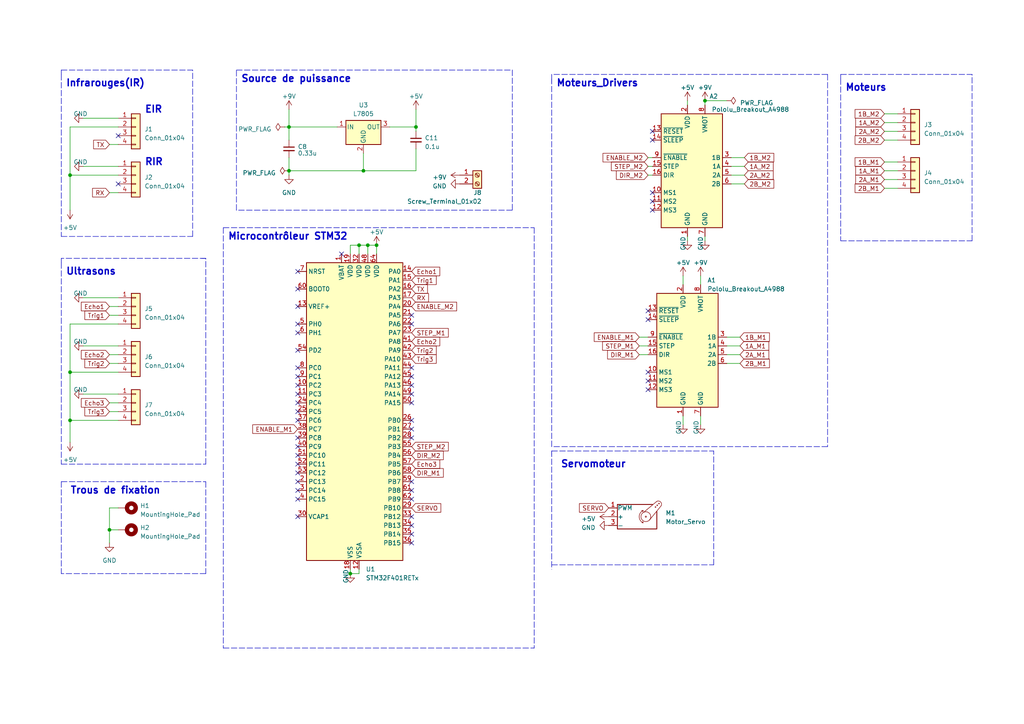
<source format=kicad_sch>
(kicad_sch (version 20230121) (generator eeschema)
  (paper "A4")
  (title_block (title "Hide&SeekBot_PCB") (company "Équipe B - Simond"))
  (lib_symbols
    (symbol "Connector:Screw_Terminal_01x02" (pin_names (offset 1.016) hide)
      (property "Reference" "J" (at 0 2.54 0))
      (property "Value" "Screw_Terminal_01x02" (at 0 -5.08 0))
      (symbol "Screw_Terminal_01x02_1_1"
        (rectangle (start -1.27 1.27) (end 1.27 -3.81) (stroke (width 0.254)) (fill (type background)))
        (circle (center 0 -2.54) (radius 0.635) (stroke (width 0.1524)))
        (polyline (pts (xy -0.5334 -2.2098) (xy 0.3302 -3.048)) (stroke (width 0.1524)))
        (polyline (pts (xy -0.5334 0.3302) (xy 0.3302 -0.508)) (stroke (width 0.1524)))
        (polyline (pts (xy -0.3556 -2.032) (xy 0.508 -2.8702)) (stroke (width 0.1524)))
        (polyline (pts (xy -0.3556 0.508) (xy 0.508 -0.3302)) (stroke (width 0.1524)))
        (circle (center 0 0) (radius 0.635) (stroke (width 0.1524)))
        (pin passive line (at -5.08 0 0) (length 3.81) (name "Pin_1") (number "1"))
        (pin passive line (at -5.08 -2.54 0) (length 3.81) (name "Pin_2") (number "2"))
      )
    )
    (symbol "Connector_Generic:Conn_01x04" (pin_names (offset 1.016) hide)
      (property "Reference" "J" (at 0 5.08 0))
      (property "Value" "Conn_01x04" (at 0 -7.62 0))
      (symbol "Conn_01x04_1_1"
        (rectangle (start -1.27 -4.953) (end 0 -5.207) (stroke (width 0.1524)))
        (rectangle (start -1.27 -2.413) (end 0 -2.667) (stroke (width 0.1524)))
        (rectangle (start -1.27 0.127) (end 0 -0.127) (stroke (width 0.1524)))
        (rectangle (start -1.27 2.667) (end 0 2.413) (stroke (width 0.1524)))
        (rectangle (start -1.27 3.81) (end 1.27 -6.35) (stroke (width 0.254)) (fill (type background)))
        (pin passive line (at -5.08 2.54 0) (length 3.81) (name "Pin_1") (number "1"))
        (pin passive line (at -5.08 0 0) (length 3.81) (name "Pin_2") (number "2"))
        (pin passive line (at -5.08 -2.54 0) (length 3.81) (name "Pin_3") (number "3"))
        (pin passive line (at -5.08 -5.08 0) (length 3.81) (name "Pin_4") (number "4"))
      )
    )
    (symbol "Device:C_Small" (pin_numbers hide) (pin_names (offset 0.254) hide)
      (property "Reference" "C" (at 0.254 1.778 0))
      (property "Value" "C_Small" (at 0.254 -2.032 0))
      (symbol "C_Small_0_1"
        (polyline (pts (xy -1.524 -0.508) (xy 1.524 -0.508)) (stroke (width 0.3302)))
        (polyline (pts (xy -1.524 0.508) (xy 1.524 0.508)) (stroke (width 0.3048)))
      )
      (symbol "C_Small_1_1"
        (pin passive line (at 0 2.54 270) (length 2.032) (name "~") (number "1"))
        (pin passive line (at 0 -2.54 90) (length 2.032) (name "~") (number "2"))
      )
    )
    (symbol "Driver_Motor:Pololu_Breakout_A4988"
      (property "Reference" "A" (at -2.54 19.05 0))
      (property "Value" "Pololu_Breakout_A4988" (at -2.54 16.51 0))
      (symbol "Pololu_Breakout_A4988_0_1"
        (rectangle (start 10.16 -17.78) (end -7.62 15.24) (stroke (width 0.254)) (fill (type background)))
      )
      (symbol "Pololu_Breakout_A4988_1_1"
        (pin power_in line (at 0 -20.32 90) (length 2.54) (name "GND") (number "1"))
        (pin input line (at -10.16 -7.62 0) (length 2.54) (name "MS1") (number "10"))
        (pin input line (at -10.16 -10.16 0) (length 2.54) (name "MS2") (number "11"))
        (pin input line (at -10.16 -12.7 0) (length 2.54) (name "MS3") (number "12"))
        (pin input line (at -10.16 10.16 0) (length 2.54) (name "~{RESET}") (number "13"))
        (pin input line (at -10.16 7.62 0) (length 2.54) (name "~{SLEEP}") (number "14"))
        (pin input line (at -10.16 0 0) (length 2.54) (name "STEP") (number "15"))
        (pin input line (at -10.16 -2.54 0) (length 2.54) (name "DIR") (number "16"))
        (pin power_in line (at 0 17.78 270) (length 2.54) (name "VDD") (number "2"))
        (pin output line (at 12.7 2.54 180) (length 2.54) (name "1B") (number "3"))
        (pin output line (at 12.7 0 180) (length 2.54) (name "1A") (number "4"))
        (pin output line (at 12.7 -2.54 180) (length 2.54) (name "2A") (number "5"))
        (pin output line (at 12.7 -5.08 180) (length 2.54) (name "2B") (number "6"))
        (pin power_in line (at 5.08 -20.32 90) (length 2.54) (name "GND") (number "7"))
        (pin power_in line (at 5.08 17.78 270) (length 2.54) (name "VMOT") (number "8"))
        (pin input line (at -10.16 2.54 0) (length 2.54) (name "~{ENABLE}") (number "9"))
      )
    )
    (symbol "MCU_ST_STM32F4:STM32F401RETx"
      (property "Reference" "U" (at -12.7 44.45 0))
      (property "Value" "STM32F401RETx" (at 10.16 44.45 0))
      (symbol "STM32F401RETx_0_1"
        (rectangle (start -12.7 -43.18) (end 15.24 43.18) (stroke (width 0.254)) (fill (type background)))
      )
      (symbol "STM32F401RETx_1_1"
        (pin power_in line (at -2.54 45.72 270) (length 2.54) (name "VBAT") (number "1"))
        (pin bidirectional line (at -15.24 7.62 0) (length 2.54) (name "PC2") (number "10"))
        (pin bidirectional line (at -15.24 5.08 0) (length 2.54) (name "PC3") (number "11"))
        (pin power_in line (at 2.54 -45.72 90) (length 2.54) (name "VSSA") (number "12"))
        (pin input line (at -15.24 30.48 0) (length 2.54) (name "VREF+") (number "13"))
        (pin bidirectional line (at 17.78 40.64 180) (length 2.54) (name "PA0") (number "14"))
        (pin bidirectional line (at 17.78 38.1 180) (length 2.54) (name "PA1") (number "15"))
        (pin bidirectional line (at 17.78 35.56 180) (length 2.54) (name "PA2") (number "16"))
        (pin bidirectional line (at 17.78 33.02 180) (length 2.54) (name "PA3") (number "17"))
        (pin power_in line (at 0 -45.72 90) (length 2.54) (name "VSS") (number "18"))
        (pin power_in line (at 0 45.72 270) (length 2.54) (name "VDD") (number "19"))
        (pin bidirectional line (at -15.24 -20.32 0) (length 2.54) (name "PC13") (number "2"))
        (pin bidirectional line (at 17.78 30.48 180) (length 2.54) (name "PA4") (number "20"))
        (pin bidirectional line (at 17.78 27.94 180) (length 2.54) (name "PA5") (number "21"))
        (pin bidirectional line (at 17.78 25.4 180) (length 2.54) (name "PA6") (number "22"))
        (pin bidirectional line (at 17.78 22.86 180) (length 2.54) (name "PA7") (number "23"))
        (pin bidirectional line (at -15.24 2.54 0) (length 2.54) (name "PC4") (number "24"))
        (pin bidirectional line (at -15.24 0 0) (length 2.54) (name "PC5") (number "25"))
        (pin bidirectional line (at 17.78 -2.54 180) (length 2.54) (name "PB0") (number "26"))
        (pin bidirectional line (at 17.78 -5.08 180) (length 2.54) (name "PB1") (number "27"))
        (pin bidirectional line (at 17.78 -7.62 180) (length 2.54) (name "PB2") (number "28"))
        (pin bidirectional line (at 17.78 -27.94 180) (length 2.54) (name "PB10") (number "29"))
        (pin bidirectional line (at -15.24 -22.86 0) (length 2.54) (name "PC14") (number "3"))
        (pin power_out line (at -15.24 -30.48 0) (length 2.54) (name "VCAP1") (number "30"))
        (pin passive line (at 0 -45.72 90) (length 2.54) hide (name "VSS") (number "31"))
        (pin power_in line (at 2.54 45.72 270) (length 2.54) (name "VDD") (number "32"))
        (pin bidirectional line (at 17.78 -30.48 180) (length 2.54) (name "PB12") (number "33"))
        (pin bidirectional line (at 17.78 -33.02 180) (length 2.54) (name "PB13") (number "34"))
        (pin bidirectional line (at 17.78 -35.56 180) (length 2.54) (name "PB14") (number "35"))
        (pin bidirectional line (at 17.78 -38.1 180) (length 2.54) (name "PB15") (number "36"))
        (pin bidirectional line (at -15.24 -2.54 0) (length 2.54) (name "PC6") (number "37"))
        (pin bidirectional line (at -15.24 -5.08 0) (length 2.54) (name "PC7") (number "38"))
        (pin bidirectional line (at -15.24 -7.62 0) (length 2.54) (name "PC8") (number "39"))
        (pin bidirectional line (at -15.24 -25.4 0) (length 2.54) (name "PC15") (number "4"))
        (pin bidirectional line (at -15.24 -10.16 0) (length 2.54) (name "PC9") (number "40"))
        (pin bidirectional line (at 17.78 20.32 180) (length 2.54) (name "PA8") (number "41"))
        (pin bidirectional line (at 17.78 17.78 180) (length 2.54) (name "PA9") (number "42"))
        (pin bidirectional line (at 17.78 15.24 180) (length 2.54) (name "PA10") (number "43"))
        (pin bidirectional line (at 17.78 12.7 180) (length 2.54) (name "PA11") (number "44"))
        (pin bidirectional line (at 17.78 10.16 180) (length 2.54) (name "PA12") (number "45"))
        (pin bidirectional line (at 17.78 7.62 180) (length 2.54) (name "PA13") (number "46"))
        (pin passive line (at 0 -45.72 90) (length 2.54) hide (name "VSS") (number "47"))
        (pin power_in line (at 5.08 45.72 270) (length 2.54) (name "VDD") (number "48"))
        (pin bidirectional line (at 17.78 5.08 180) (length 2.54) (name "PA14") (number "49"))
        (pin bidirectional line (at -15.24 25.4 0) (length 2.54) (name "PH0") (number "5"))
        (pin bidirectional line (at 17.78 2.54 180) (length 2.54) (name "PA15") (number "50"))
        (pin bidirectional line (at -15.24 -12.7 0) (length 2.54) (name "PC10") (number "51"))
        (pin bidirectional line (at -15.24 -15.24 0) (length 2.54) (name "PC11") (number "52"))
        (pin bidirectional line (at -15.24 -17.78 0) (length 2.54) (name "PC12") (number "53"))
        (pin bidirectional line (at -15.24 17.78 0) (length 2.54) (name "PD2") (number "54"))
        (pin bidirectional line (at 17.78 -10.16 180) (length 2.54) (name "PB3") (number "55"))
        (pin bidirectional line (at 17.78 -12.7 180) (length 2.54) (name "PB4") (number "56"))
        (pin bidirectional line (at 17.78 -15.24 180) (length 2.54) (name "PB5") (number "57"))
        (pin bidirectional line (at 17.78 -17.78 180) (length 2.54) (name "PB6") (number "58"))
        (pin bidirectional line (at 17.78 -20.32 180) (length 2.54) (name "PB7") (number "59"))
        (pin bidirectional line (at -15.24 22.86 0) (length 2.54) (name "PH1") (number "6"))
        (pin input line (at -15.24 35.56 0) (length 2.54) (name "BOOT0") (number "60"))
        (pin bidirectional line (at 17.78 -22.86 180) (length 2.54) (name "PB8") (number "61"))
        (pin bidirectional line (at 17.78 -25.4 180) (length 2.54) (name "PB9") (number "62"))
        (pin passive line (at 0 -45.72 90) (length 2.54) hide (name "VSS") (number "63"))
        (pin power_in line (at 7.62 45.72 270) (length 2.54) (name "VDD") (number "64"))
        (pin input line (at -15.24 40.64 0) (length 2.54) (name "NRST") (number "7"))
        (pin bidirectional line (at -15.24 12.7 0) (length 2.54) (name "PC0") (number "8"))
        (pin bidirectional line (at -15.24 10.16 0) (length 2.54) (name "PC1") (number "9"))
      )
    )
    (symbol "Mechanical:MountingHole_Pad" (pin_numbers hide) (pin_names (offset 1.016) hide)
      (property "Reference" "H" (at 0 6.35 0))
      (property "Value" "MountingHole_Pad" (at 0 4.445 0))
      (symbol "MountingHole_Pad_0_1"
        (circle (center 0 1.27) (radius 1.27) (stroke (width 1.27)))
      )
      (symbol "MountingHole_Pad_1_1"
        (pin input line (at 0 -2.54 90) (length 2.54) (name "1") (number "1"))
      )
    )
    (symbol "Motor:Motor_Servo" (pin_names (offset 0.0254))
      (property "Reference" "M" (at -5.08 4.445 0))
      (property "Value" "Motor_Servo" (at -5.08 -4.064 0))
      (symbol "Motor_Servo_0_1"
        (polyline (pts (xy 2.413 -1.778) (xy 2.032 -1.778)))
        (polyline (pts (xy 2.413 -1.778) (xy 2.286 -1.397)))
        (polyline (pts (xy 2.413 1.778) (xy 1.905 1.778)))
        (polyline (pts (xy 2.413 1.778) (xy 2.286 1.397)))
        (polyline (pts (xy 6.35 4.445) (xy 2.54 1.27)))
        (polyline (pts (xy 7.62 3.175) (xy 4.191 -1.016)))
        (polyline (pts (xy 5.08 3.556) (xy -5.08 3.556) (xy -5.08 -3.556) (xy 6.35 -3.556) (xy 6.35 1.524)) (stroke (width 0.254)))
        (arc (start 2.413 1.778) (mid 1.2406 0) (end 2.413 -1.778))
        (circle (center 3.175 0) (radius 0.1778))
        (circle (center 3.175 0) (radius 1.4224))
        (circle (center 5.969 2.794) (radius 0.127))
        (circle (center 6.477 3.302) (radius 0.127))
        (circle (center 6.985 3.81) (radius 0.127))
        (arc (start 7.62 3.175) (mid 7.4485 4.2735) (end 6.35 4.445))
      )
      (symbol "Motor_Servo_1_1"
        (pin passive line (at -7.62 2.54 0) (length 2.54) (name "PWM") (number "1"))
        (pin passive line (at -7.62 0 0) (length 2.54) (name "+") (number "2"))
        (pin passive line (at -7.62 -2.54 0) (length 2.54) (name "-") (number "3"))
      )
    )
    (symbol "Regulator_Linear:L7805" (pin_names (offset 0.254))
      (property "Reference" "U" (at -3.81 3.175 0))
      (property "Value" "L7805" (at 0 3.175 0))
      (symbol "L7805_0_1"
        (rectangle (start -5.08 1.905) (end 5.08 -5.08) (stroke (width 0.254)) (fill (type background)))
      )
      (symbol "L7805_1_1"
        (pin power_in line (at -7.62 0 0) (length 2.54) (name "IN") (number "1"))
        (pin power_in line (at 0 -7.62 90) (length 2.54) (name "GND") (number "2"))
        (pin power_out line (at 7.62 0 180) (length 2.54) (name "OUT") (number "3"))
      )
    )
    (symbol "power:+5V" (power) (pin_names (offset 0))
      (property "Value" "+5V" (at 0 3.556 0))
      (symbol "+5V_0_1"
        (polyline (pts (xy -0.762 1.27) (xy 0 2.54)))
        (polyline (pts (xy 0 0) (xy 0 2.54)))
        (polyline (pts (xy 0 2.54) (xy 0.762 1.27)))
      )
      (symbol "+5V_1_1"
        (pin power_in line (at 0 0 90) (length 0) hide (name "+5V") (number "1"))
      )
    )
    (symbol "power:+9V" (power) (pin_names (offset 0))
      (property "Value" "+9V" (at 0 3.556 0))
      (symbol "+9V_0_1"
        (polyline (pts (xy -0.762 1.27) (xy 0 2.54)))
        (polyline (pts (xy 0 0) (xy 0 2.54)))
        (polyline (pts (xy 0 2.54) (xy 0.762 1.27)))
      )
      (symbol "+9V_1_1"
        (pin power_in line (at 0 0 90) (length 0) hide (name "+9V") (number "1"))
      )
    )
    (symbol "power:GND" (power) (pin_names (offset 0))
      (property "Value" "GND" (at 0 -3.81 0))
      (symbol "GND_0_1"
        (polyline (pts (xy 0 0) (xy 0 -1.27) (xy 1.27 -1.27) (xy 0 -2.54) (xy -1.27 -1.27) (xy 0 -1.27)))
      )
      (symbol "GND_1_1"
        (pin power_in line (at 0 0 270) (length 0) hide (name "GND") (number "1"))
      )
    )
    (symbol "power:PWR_FLAG" (power) (pin_numbers hide) (pin_names (offset 0) hide)
      (property "Value" "PWR_FLAG" (at 0 3.81 0))
      (symbol "PWR_FLAG_0_0"
        (pin power_out line (at 0 0 90) (length 0) (name "pwr") (number "1"))
      )
      (symbol "PWR_FLAG_0_1"
        (polyline (pts (xy 0 0) (xy 0 1.27) (xy -1.016 1.905) (xy 0 2.54) (xy 1.016 1.905) (xy 0 1.27)))
      )
    )
  )
  (junction (at 31.75 153.67))
  (junction (at 83.82 49.53))
  (junction (at 106.68 71.12))
  (junction (at 104.14 71.12))
  (junction (at 20.32 121.92))
  (junction (at 109.22 71.12))
  (junction (at 120.65 36.83))
  (junction (at 105.41 49.53))
  (junction (at 20.32 107.95))
  (junction (at 204.47 29.21))
  (junction (at 101.6 166.37))
  (junction (at 83.82 36.83))
  (junction (at 20.32 50.8))
  (no_connect (at 86.36 83.82))
  (no_connect (at 34.29 39.37))
  (no_connect (at 119.38 139.7))
  (no_connect (at 86.36 139.7))
  (no_connect (at 86.36 116.84))
  (no_connect (at 187.96 110.49))
  (no_connect (at 99.06 73.66))
  (no_connect (at 86.36 114.3))
  (no_connect (at 187.96 92.71))
  (no_connect (at 86.36 96.52))
  (no_connect (at 187.96 107.95))
  (no_connect (at 189.23 58.42))
  (no_connect (at 119.38 154.94))
  (no_connect (at 86.36 127))
  (no_connect (at 86.36 78.74))
  (no_connect (at 119.38 152.4))
  (no_connect (at 86.36 149.86))
  (no_connect (at 189.23 60.96))
  (no_connect (at 86.36 93.98))
  (no_connect (at 86.36 134.62))
  (no_connect (at 86.36 121.92))
  (no_connect (at 86.36 129.54))
  (no_connect (at 119.38 106.68))
  (no_connect (at 86.36 106.68))
  (no_connect (at 86.36 88.9))
  (no_connect (at 86.36 142.24))
  (no_connect (at 119.38 111.76))
  (no_connect (at 187.96 90.17))
  (no_connect (at 119.38 116.84))
  (no_connect (at 119.38 127))
  (no_connect (at 34.29 53.34))
  (no_connect (at 86.36 144.78))
  (no_connect (at 86.36 119.38))
  (no_connect (at 119.38 109.22))
  (no_connect (at 187.96 113.03))
  (no_connect (at 86.36 101.6))
  (no_connect (at 189.23 40.64))
  (no_connect (at 119.38 142.24))
  (no_connect (at 119.38 114.3))
  (no_connect (at 119.38 157.48))
  (no_connect (at 86.36 111.76))
  (no_connect (at 189.23 38.1))
  (no_connect (at 86.36 132.08))
  (no_connect (at 119.38 124.46))
  (no_connect (at 86.36 109.22))
  (no_connect (at 86.36 137.16))
  (no_connect (at 119.38 91.44))
  (no_connect (at 119.38 144.78))
  (no_connect (at 119.38 149.86))
  (no_connect (at 189.23 55.88))
  (no_connect (at 119.38 93.98))
  (no_connect (at 119.38 121.92))
  (wire (pts (xy 20.32 93.98) (xy 34.29 93.98)))
  (polyline (pts (xy 160.02 21.59) (xy 160.02 24.13)))
  (wire (pts (xy 104.14 166.37) (xy 101.6 166.37)))
  (wire (pts (xy 199.39 29.21) (xy 199.39 30.48)))
  (wire (pts (xy 185.42 100.33) (xy 187.96 100.33)))
  (wire (pts (xy 82.55 36.83) (xy 83.82 36.83)))
  (wire (pts (xy 20.32 121.92) (xy 20.32 128.27)))
  (polyline (pts (xy 59.69 74.93) (xy 58.42 74.93)) (stroke (width 0) (type dash)))
  (wire (pts (xy 104.14 71.12) (xy 106.68 71.12)))
  (polyline (pts (xy 59.69 74.93) (xy 17.78 74.93)) (stroke (width 0) (type dash)))
  (wire (pts (xy 185.42 97.79) (xy 187.96 97.79)))
  (wire (pts (xy 212.09 50.8) (xy 215.9 50.8)))
  (polyline (pts (xy 243.84 21.59) (xy 243.84 22.86)) (stroke (width 0) (type dash)))
  (polyline (pts (xy 59.69 166.37) (xy 17.78 166.37)) (stroke (width 0) (type dash)))
  (wire (pts (xy 105.41 44.45) (xy 105.41 49.53)))
  (wire (pts (xy 256.54 33.02) (xy 260.35 33.02)))
  (wire (pts (xy 256.54 38.1) (xy 260.35 38.1)))
  (wire (pts (xy 31.75 91.44) (xy 34.29 91.44)))
  (wire (pts (xy 104.14 73.66) (xy 104.14 71.12)))
  (wire (pts (xy 34.29 50.8) (xy 20.32 50.8)))
  (polyline (pts (xy 17.78 139.7) (xy 59.69 139.7)) (stroke (width 0) (type dash)))
  (wire (pts (xy 24.13 34.29) (xy 34.29 34.29)))
  (wire (pts (xy 120.65 43.18) (xy 120.65 49.53)))
  (wire (pts (xy 203.2 80.01) (xy 203.2 82.55)))
  (wire (pts (xy 101.6 71.12) (xy 104.14 71.12)))
  (polyline (pts (xy 240.03 21.59) (xy 240.03 129.54)) (stroke (width 0) (type dash)))
  (polyline (pts (xy 148.59 20.32) (xy 148.59 60.96)) (stroke (width 0) (type dash)))
  (wire (pts (xy 24.13 86.36) (xy 34.29 86.36)))
  (wire (pts (xy 20.32 107.95) (xy 34.29 107.95)))
  (wire (pts (xy 256.54 35.56) (xy 260.35 35.56)))
  (wire (pts (xy 212.09 45.72) (xy 215.9 45.72)))
  (wire (pts (xy 199.39 68.58) (xy 199.39 69.85)))
  (wire (pts (xy 83.82 36.83) (xy 83.82 40.64)))
  (wire (pts (xy 24.13 114.3) (xy 34.29 114.3)))
  (wire (pts (xy 256.54 54.61) (xy 260.35 54.61)))
  (wire (pts (xy 256.54 40.64) (xy 260.35 40.64)))
  (polyline (pts (xy 207.01 163.83) (xy 207.01 130.81)) (stroke (width 0) (type dash)))
  (wire (pts (xy 31.75 105.41) (xy 34.29 105.41)))
  (wire (pts (xy 20.32 93.98) (xy 20.32 107.95)))
  (wire (pts (xy 20.32 107.95) (xy 20.32 121.92)))
  (wire (pts (xy 31.75 119.38) (xy 34.29 119.38)))
  (polyline (pts (xy 240.03 129.54) (xy 160.02 129.54)) (stroke (width 0) (type dash)))
  (polyline (pts (xy 59.69 134.62) (xy 59.69 74.93)) (stroke (width 0) (type dash)))
  (wire (pts (xy 109.22 71.12) (xy 109.22 73.66)))
  (wire (pts (xy 120.65 31.75) (xy 120.65 36.83)))
  (polyline (pts (xy 148.59 60.96) (xy 68.58 60.96)) (stroke (width 0) (type dash)))
  (polyline (pts (xy 17.78 20.32) (xy 17.78 21.59)) (stroke (width 0) (type dash)))
  (wire (pts (xy 83.82 45.72) (xy 83.82 49.53)))
  (polyline (pts (xy 68.58 60.96) (xy 68.58 20.32)) (stroke (width 0) (type dash)))
  (wire (pts (xy 31.75 116.84) (xy 34.29 116.84)))
  (polyline (pts (xy 64.77 66.04) (xy 154.94 66.04)) (stroke (width 0) (type dash)))
  (wire (pts (xy 106.68 73.66) (xy 106.68 71.12)))
  (wire (pts (xy 210.82 105.41) (xy 214.63 105.41)))
  (wire (pts (xy 198.12 80.01) (xy 198.12 82.55)))
  (wire (pts (xy 120.65 49.53) (xy 105.41 49.53)))
  (polyline (pts (xy 64.77 66.04) (xy 64.77 187.96)) (stroke (width 0) (type dash)))
  (polyline (pts (xy 68.58 20.32) (xy 148.59 20.32)) (stroke (width 0) (type dash)))
  (wire (pts (xy 203.2 120.65) (xy 203.2 123.19)))
  (wire (pts (xy 120.65 36.83) (xy 120.65 38.1)))
  (polyline (pts (xy 17.78 76.2) (xy 17.78 134.62)) (stroke (width 0) (type dash)))
  (wire (pts (xy 31.75 55.88) (xy 34.29 55.88)))
  (polyline (pts (xy 160.02 130.81) (xy 160.02 165.1)) (stroke (width 0) (type dash)))
  (polyline (pts (xy 17.78 139.7) (xy 17.78 166.37)) (stroke (width 0) (type dash)))
  (wire (pts (xy 20.32 50.8) (xy 20.32 60.96)))
  (wire (pts (xy 113.03 36.83) (xy 120.65 36.83)))
  (polyline (pts (xy 243.84 22.86) (xy 243.84 69.85)) (stroke (width 0) (type dash)))
  (wire (pts (xy 187.96 48.26) (xy 189.23 48.26)))
  (wire (pts (xy 106.68 71.12) (xy 109.22 71.12)))
  (wire (pts (xy 210.82 102.87) (xy 214.63 102.87)))
  (wire (pts (xy 101.6 165.1) (xy 101.6 166.37)))
  (wire (pts (xy 256.54 46.99) (xy 260.35 46.99)))
  (wire (pts (xy 256.54 49.53) (xy 260.35 49.53)))
  (wire (pts (xy 31.75 88.9) (xy 34.29 88.9)))
  (wire (pts (xy 34.29 147.32) (xy 31.75 147.32)))
  (wire (pts (xy 24.13 100.33) (xy 34.29 100.33)))
  (polyline (pts (xy 243.84 69.85) (xy 281.94 69.85)) (stroke (width 0) (type dash)))
  (wire (pts (xy 210.82 29.21) (xy 204.47 29.21)))
  (wire (pts (xy 83.82 49.53) (xy 105.41 49.53)))
  (wire (pts (xy 204.47 68.58) (xy 204.47 69.85)))
  (polyline (pts (xy 154.94 66.04) (xy 154.94 187.96)) (stroke (width 0) (type dash)))
  (polyline (pts (xy 243.84 21.59) (xy 281.94 21.59)) (stroke (width 0) (type dash)))
  (wire (pts (xy 83.82 36.83) (xy 97.79 36.83)))
  (wire (pts (xy 31.75 41.91) (xy 34.29 41.91)))
  (wire (pts (xy 256.54 52.07) (xy 260.35 52.07)))
  (wire (pts (xy 187.96 45.72) (xy 189.23 45.72)))
  (polyline (pts (xy 59.69 139.7) (xy 59.69 166.37)) (stroke (width 0) (type dash)))
  (wire (pts (xy 24.13 48.26) (xy 34.29 48.26)))
  (wire (pts (xy 212.09 48.26) (xy 215.9 48.26)))
  (polyline (pts (xy 160.02 130.81) (xy 207.01 130.81)) (stroke (width 0) (type dash)))
  (wire (pts (xy 212.09 53.34) (xy 215.9 53.34)))
  (wire (pts (xy 31.75 153.67) (xy 34.29 153.67)))
  (wire (pts (xy 20.32 36.83) (xy 20.32 50.8)))
  (wire (pts (xy 210.82 97.79) (xy 214.63 97.79)))
  (wire (pts (xy 204.47 29.21) (xy 204.47 30.48)))
  (wire (pts (xy 83.82 31.75) (xy 83.82 36.83)))
  (wire (pts (xy 185.42 102.87) (xy 187.96 102.87)))
  (wire (pts (xy 31.75 147.32) (xy 31.75 153.67)))
  (polyline (pts (xy 160.02 130.81) (xy 160.02 132.08)) (stroke (width 0) (type dash)))
  (polyline (pts (xy 17.78 21.59) (xy 17.78 68.58)) (stroke (width 0) (type dash)))
  (wire (pts (xy 101.6 73.66) (xy 101.6 71.12)))
  (wire (pts (xy 34.29 36.83) (xy 20.32 36.83)))
  (polyline (pts (xy 17.78 68.58) (xy 55.88 68.58)) (stroke (width 0) (type dash)))
  (wire (pts (xy 31.75 102.87) (xy 34.29 102.87)))
  (wire (pts (xy 104.14 165.1) (xy 104.14 166.37)))
  (wire (pts (xy 210.82 100.33) (xy 214.63 100.33)))
  (wire (pts (xy 83.82 49.53) (xy 83.82 50.8)))
  (polyline (pts (xy 240.03 21.59) (xy 160.02 21.59)) (stroke (width 0) (type dash)))
  (polyline (pts (xy 160.02 163.83) (xy 207.01 163.83)) (stroke (width 0) (type dash)))
  (polyline (pts (xy 17.78 134.62) (xy 59.69 134.62)) (stroke (width 0) (type dash)))
  (polyline (pts (xy 55.88 68.58) (xy 55.88 20.32)) (stroke (width 0) (type dash)))
  (polyline (pts (xy 64.77 187.96) (xy 154.94 187.96)) (stroke (width 0) (type dash)))
  (wire (pts (xy 187.96 50.8) (xy 189.23 50.8)))
  (wire (pts (xy 31.75 153.67) (xy 31.75 157.48)))
  (polyline (pts (xy 281.94 69.85) (xy 281.94 21.59)) (stroke (width 0) (type dash)))
  (polyline (pts (xy 160.02 129.54) (xy 160.02 22.86)) (stroke (width 0) (type dash)))
  (polyline (pts (xy 17.78 20.32) (xy 55.88 20.32)) (stroke (width 0) (type dash)))
  (wire (pts (xy 198.12 120.65) (xy 198.12 123.19)))
  (wire (pts (xy 20.32 121.92) (xy 34.29 121.92)))
  (polyline (pts (xy 17.78 74.93) (xy 17.78 76.2)) (stroke (width 0) (type dash)))
  (text "Ultrasons" (at 19.05 80.01 0) (effects (font (size 2 2) bold) (justify left bottom)))
  (text "Trous de fixation" (at 20.32 143.51 0) (effects (font (size 2 2) (thickness 0.4) bold) (justify left bottom)))
  (text "Infrarouges(IR)" (at 19.05 25.4 0) (effects (font (size 2 2) bold) (justify left bottom)))
  (text "Moteurs_Drivers" (at 161.29 25.4 0) (effects (font (size 2 2) bold) (justify left bottom)))
  (text "EIR" (at 41.91 33.02 0) (effects (font (size 2 2) bold) (justify left bottom)))
  (text "RIR" (at 41.91 48.26 0) (effects (font (size 2 2) bold) (justify left bottom)))
  (text "Microcontrôleur STM32" (at 66.04 69.85 0) (effects (font (size 2 2) bold) (justify left bottom)))
  (text "Source de puissance" (at 69.85 24.13 0) (effects (font (size 2 2) bold) (justify left bottom)))
  (text "Servomoteur" (at 162.56 135.89 0) (effects (font (size 2 2) bold) (justify left bottom)))
  (text "Moteurs" (at 245.11 26.67 0) (effects (font (size 2 2) bold) (justify left bottom)))
  (global_label "DIR_M1" (shape input) (at 185.42 102.87 180) (property "Intersheetrefs" "${INTERSHEET_REFS}" (effects hide)))
  (global_label "TX" (shape input) (at 119.38 83.82 0) (property "Intersheetrefs" "${INTERSHEET_REFS}" (effects hide)))
  (global_label "1A_M2" (shape input) (at 256.54 35.56 180) (property "Intersheetrefs" "${INTERSHEET_REFS}" (effects hide)))
  (global_label "1B_M1" (shape input) (at 214.63 97.79 0) (property "Intersheetrefs" "${INTERSHEET_REFS}" (effects hide)))
  (global_label "1A_M2" (shape input) (at 215.9 48.26 0) (property "Intersheetrefs" "${INTERSHEET_REFS}" (effects hide)))
  (global_label "Trig2" (shape input) (at 31.75 105.41 180) (property "Intersheetrefs" "${INTERSHEET_REFS}" (effects hide)))
  (global_label "Trig2" (shape input) (at 119.38 101.6 0) (property "Intersheetrefs" "${INTERSHEET_REFS}" (effects hide)))
  (global_label "Trig3" (shape input) (at 119.38 104.14 0) (property "Intersheetrefs" "${INTERSHEET_REFS}" (effects hide)))
  (global_label "DIR_M1" (shape input) (at 119.38 137.16 0) (property "Intersheetrefs" "${INTERSHEET_REFS}" (effects hide)))
  (global_label "SERVO" (shape input) (at 176.53 147.32 180) (property "Intersheetrefs" "${INTERSHEET_REFS}" (effects hide)))
  (global_label "Echo3" (shape input) (at 31.75 116.84 180) (property "Intersheetrefs" "${INTERSHEET_REFS}" (effects hide)))
  (global_label "2B_M1" (shape input) (at 214.63 105.41 0) (property "Intersheetrefs" "${INTERSHEET_REFS}" (effects hide)))
  (global_label "Trig3" (shape input) (at 31.75 119.38 180) (property "Intersheetrefs" "${INTERSHEET_REFS}" (effects hide)))
  (global_label "RX" (shape input) (at 31.75 55.88 180) (property "Intersheetrefs" "${INTERSHEET_REFS}" (effects hide)))
  (global_label "Echo2" (shape input) (at 119.38 99.06 0) (property "Intersheetrefs" "${INTERSHEET_REFS}" (effects hide)))
  (global_label "STEP_M1" (shape input) (at 119.38 96.52 0) (property "Intersheetrefs" "${INTERSHEET_REFS}" (effects hide)))
  (global_label "2A_M2" (shape input) (at 256.54 38.1 180) (property "Intersheetrefs" "${INTERSHEET_REFS}" (effects hide)))
  (global_label "2A_M1" (shape input) (at 214.63 102.87 0) (property "Intersheetrefs" "${INTERSHEET_REFS}" (effects hide)))
  (global_label "2B_M2" (shape input) (at 215.9 53.34 0) (property "Intersheetrefs" "${INTERSHEET_REFS}" (effects hide)))
  (global_label "1B_M1" (shape input) (at 256.54 46.99 180) (property "Intersheetrefs" "${INTERSHEET_REFS}" (effects hide)))
  (global_label "RX" (shape input) (at 119.38 86.36 0) (property "Intersheetrefs" "${INTERSHEET_REFS}" (effects hide)))
  (global_label "Trig1" (shape input) (at 31.75 91.44 180) (property "Intersheetrefs" "${INTERSHEET_REFS}" (effects hide)))
  (global_label "DIR_M2" (shape input) (at 119.38 132.08 0) (property "Intersheetrefs" "${INTERSHEET_REFS}" (effects hide)))
  (global_label "TX" (shape input) (at 31.75 41.91 180) (property "Intersheetrefs" "${INTERSHEET_REFS}" (effects hide)))
  (global_label "1A_M1" (shape input) (at 256.54 49.53 180) (property "Intersheetrefs" "${INTERSHEET_REFS}" (effects hide)))
  (global_label "1B_M2" (shape input) (at 215.9 45.72 0) (property "Intersheetrefs" "${INTERSHEET_REFS}" (effects hide)))
  (global_label "2B_M1" (shape input) (at 256.54 54.61 180) (property "Intersheetrefs" "${INTERSHEET_REFS}" (effects hide)))
  (global_label "2A_M1" (shape input) (at 256.54 52.07 180) (property "Intersheetrefs" "${INTERSHEET_REFS}" (effects hide)))
  (global_label "DIR_M2" (shape input) (at 187.96 50.8 180) (property "Intersheetrefs" "${INTERSHEET_REFS}" (effects hide)))
  (global_label "1A_M1" (shape input) (at 214.63 100.33 0) (property "Intersheetrefs" "${INTERSHEET_REFS}" (effects hide)))
  (global_label "ENABLE_M1" (shape input) (at 185.42 97.79 180) (property "Intersheetrefs" "${INTERSHEET_REFS}" (effects hide)))
  (global_label "Echo1" (shape input) (at 119.38 78.74 0) (property "Intersheetrefs" "${INTERSHEET_REFS}" (effects hide)))
  (global_label "2B_M2" (shape input) (at 256.54 40.64 180) (property "Intersheetrefs" "${INTERSHEET_REFS}" (effects hide)))
  (global_label "1B_M2" (shape input) (at 256.54 33.02 180) (property "Intersheetrefs" "${INTERSHEET_REFS}" (effects hide)))
  (global_label "STEP_M2" (shape input) (at 119.38 129.54 0) (property "Intersheetrefs" "${INTERSHEET_REFS}" (effects hide)))
  (global_label "STEP_M1" (shape input) (at 185.42 100.33 180) (property "Intersheetrefs" "${INTERSHEET_REFS}" (effects hide)))
  (global_label "ENABLE_M1" (shape input) (at 86.36 124.46 180) (property "Intersheetrefs" "${INTERSHEET_REFS}" (effects hide)))
  (global_label "Echo3" (shape input) (at 119.38 134.62 0) (property "Intersheetrefs" "${INTERSHEET_REFS}" (effects hide)))
  (global_label "2A_M2" (shape input) (at 215.9 50.8 0) (property "Intersheetrefs" "${INTERSHEET_REFS}" (effects hide)))
  (global_label "STEP_M2" (shape input) (at 187.96 48.26 180) (property "Intersheetrefs" "${INTERSHEET_REFS}" (effects hide)))
  (global_label "ENABLE_M2" (shape input) (at 119.38 88.9 0) (property "Intersheetrefs" "${INTERSHEET_REFS}" (effects hide)))
  (global_label "ENABLE_M2" (shape input) (at 187.96 45.72 180) (property "Intersheetrefs" "${INTERSHEET_REFS}" (effects hide)))
  (global_label "Echo2" (shape input) (at 31.75 102.87 180) (property "Intersheetrefs" "${INTERSHEET_REFS}" (effects hide)))
  (global_label "Trig1" (shape input) (at 119.38 81.28 0) (property "Intersheetrefs" "${INTERSHEET_REFS}" (effects hide)))
  (global_label "SERVO" (shape input) (at 119.38 147.32 0) (property "Intersheetrefs" "${INTERSHEET_REFS}" (effects hide)))
  (global_label "Echo1" (shape input) (at 31.75 88.9 180) (property "Intersheetrefs" "${INTERSHEET_REFS}" (effects hide)))
  (symbol (lib_id "power:GND") (at 24.13 34.29 270) (unit 1)
    (property "Reference" "#PWR02" (effects hide))
    (property "Value" "GND" (at 25.4 33.02 90) (effects (justify right)))
  )
  (symbol (lib_id "power:GND") (at 83.82 50.8 0) (unit 1)
    (property "Reference" "#PWR019" (effects hide))
    (property "Value" "GND" (at 83.82 55.88 0))
  )
  (symbol (lib_id "power:PWR_FLAG") (at 83.82 49.53 90) (unit 1)
    (property "Reference" "#FLG07" (effects hide))
    (property "Value" "PWR_FLAG" (at 80.01 50.165 90) (effects (justify left)))
  )
  (symbol (lib_id "power:+9V") (at 83.82 31.75 0) (unit 1)
    (property "Reference" "#PWR018" (effects hide))
    (property "Value" "+9V" (at 83.82 27.94 0))
  )
  (symbol (lib_id "Connector:Screw_Terminal_01x02") (at 138.43 50.8 0) (unit 1)
    (property "Reference" "J8" (at 139.7 55.88 0) (effects (justify right)))
    (property "Value" "Screw_Terminal_01x02" (at 139.7 58.42 0) (effects (justify right)))
    (property "Footprint" "7seg:180G-2-vertical" (effects hide))
  )
  (symbol (lib_id "Mechanical:MountingHole_Pad") (at 36.83 147.32 270) (unit 1)
    (property "Reference" "H1" (at 40.64 146.685 90) (effects (justify left)))
    (property "Value" "MountingHole_Pad" (at 40.64 149.225 90) (effects (justify left)))
    (property "Footprint" "MountingHole:MountingHole_3.2mm_M3_DIN965_Pad" (effects hide))
  )
  (symbol (lib_id "Motor:Motor_Servo") (at 184.15 149.86 0) (unit 1)
    (property "Reference" "M1" (at 193.04 148.7916 0) (effects (justify left)))
    (property "Value" "Motor_Servo" (at 193.04 151.3316 0) (effects (justify left)))
    (property "Footprint" "Connector_PinHeader_2.54mm:PinHeader_1x03_P2.54mm_Vertical" (effects hide))
    (property "Datasheet" "http://forums.parallax.com/uploads/attachments/46831/74481.png" (effects hide))
  )
  (symbol (lib_id "Connector_Generic:Conn_01x04") (at 265.43 35.56 0) (unit 1)
    (property "Reference" "J3" (at 267.97 36.195 0) (effects (justify left)))
    (property "Value" "Conn_01x04" (at 267.97 38.735 0) (effects (justify left)))
    (property "Footprint" "Connector_JST:JST_XH_B4B-XH-A_1x04_P2.50mm_Vertical" (effects hide))
  )
  (symbol (lib_id "power:+9V") (at 203.2 80.01 0) (unit 1)
    (property "Reference" "#PWR029" (effects hide))
    (property "Value" "+9V" (at 203.2 76.2 0))
  )
  (symbol (lib_id "power:+5V") (at 20.32 128.27 180) (unit 1)
    (property "Reference" "#PWR010" (effects hide))
    (property "Value" "+5V" (at 20.32 133.35 0))
  )
  (symbol (lib_id "power:GND") (at 24.13 114.3 270) (unit 1)
    (property "Reference" "#PWR013" (effects hide))
    (property "Value" "GND" (at 25.4 113.03 90) (effects (justify right)))
  )
  (symbol (lib_id "power:PWR_FLAG") (at 210.82 29.21 270) (unit 1)
    (property "Reference" "#FLG01" (effects hide))
    (property "Value" "PWR_FLAG" (at 214.63 29.845 90) (effects (justify left)))
  )
  (symbol (lib_id "power:+9V") (at 204.47 29.21 0) (unit 1)
    (property "Reference" "#PWR031" (effects hide))
    (property "Value" "+9V" (at 204.47 25.4 0))
  )
  (symbol (lib_id "Device:C_Small") (at 120.65 40.64 0) (unit 1)
    (property "Reference" "C11" (at 123.19 40.0113 0) (effects (justify left)))
    (property "Value" "0.1u" (at 123.19 42.5513 0) (effects (justify left)))
    (property "Footprint" "Capacitor_SMD:C_0603_1608Metric_Pad1.08x0.95mm_HandSolder" (effects hide))
  )
  (symbol (lib_id "power:GND") (at 24.13 48.26 270) (unit 1)
    (property "Reference" "#PWR03" (effects hide))
    (property "Value" "GND" (at 25.4 46.99 90) (effects (justify right)))
  )
  (symbol (lib_id "power:GND") (at 24.13 100.33 270) (unit 1)
    (property "Reference" "#PWR012" (effects hide))
    (property "Value" "GND" (at 25.4 99.06 90) (effects (justify right)))
  )
  (symbol (lib_id "power:PWR_FLAG") (at 82.55 36.83 90) (unit 1)
    (property "Reference" "#FLG03" (effects hide))
    (property "Value" "PWR_FLAG" (at 78.74 37.465 90) (effects (justify left)))
  )
  (symbol (lib_id "Regulator_Linear:L7805") (at 105.41 36.83 0) (unit 1)
    (property "Reference" "U3" (at 105.41 30.48 0))
    (property "Value" "L7805" (at 105.41 33.02 0))
    (property "Footprint" "Package_TO_SOT_THT:TO-220F-3_Vertical" (effects hide))
    (property "Datasheet" "http://www.st.com/content/ccc/resource/technical/document/datasheet/41/4f/b3/b0/12/d4/47/88/CD00000444.pdf/files/CD00000444.pdf/jcr:content/translations/en.CD00000444.pdf" (effects hide))
  )
  (symbol (lib_id "Mechanical:MountingHole_Pad") (at 36.83 153.67 270) (unit 1)
    (property "Reference" "H2" (at 40.64 153.035 90) (effects (justify left)))
    (property "Value" "MountingHole_Pad" (at 40.64 155.575 90) (effects (justify left)))
    (property "Footprint" "MountingHole:MountingHole_3.2mm_M3_DIN965_Pad" (effects hide))
  )
  (symbol (lib_id "power:GND") (at 31.75 157.48 0) (unit 1)
    (property "Reference" "#PWR033" (effects hide))
    (property "Value" "GND" (at 31.75 162.56 0))
  )
  (symbol (lib_id "Connector_Generic:Conn_01x04") (at 39.37 88.9 0) (unit 1)
    (property "Reference" "J5" (at 41.91 89.535 0) (effects (justify left)))
    (property "Value" "Conn_01x04" (at 41.91 92.075 0) (effects (justify left)))
    (property "Footprint" "Connector_JST:JST_XH_B4B-XH-A_1x04_P2.50mm_Vertical" (effects hide))
  )
  (symbol (lib_id "Connector_Generic:Conn_01x04") (at 39.37 36.83 0) (unit 1)
    (property "Reference" "J1" (at 41.91 37.465 0) (effects (justify left)))
    (property "Value" "Conn_01x04" (at 41.91 40.005 0) (effects (justify left)))
    (property "Footprint" "Connector_JST:JST_XH_B4B-XH-A_1x04_P2.50mm_Vertical" (effects hide))
  )
  (symbol (lib_id "power:+5V") (at 20.32 60.96 180) (unit 1)
    (property "Reference" "#PWR01" (effects hide))
    (property "Value" "+5V" (at 20.32 66.04 0))
  )
  (symbol (lib_id "Driver_Motor:Pololu_Breakout_A4988") (at 198.12 100.33 0) (unit 1)
    (property "Reference" "A1" (at 205.1559 81.28 0) (effects (justify left)))
    (property "Value" "Pololu_Breakout_A4988" (at 205.1559 83.82 0) (effects (justify left)))
    (property "Footprint" "Library_Motor:Motor_Driver" (effects hide))
    (property "Datasheet" "https://www.pololu.com/product/2980/pictures" (effects hide))
  )
  (symbol (lib_id "power:GND") (at 101.6 166.37 0) (unit 1)
    (property "Reference" "#PWR04" (effects hide))
    (property "Value" "GND" (at 100.33 165.1 90) (effects (justify right)))
  )
  (symbol (lib_id "Connector_Generic:Conn_01x04") (at 265.43 49.53 0) (unit 1)
    (property "Reference" "J4" (at 267.97 50.165 0) (effects (justify left)))
    (property "Value" "Conn_01x04" (at 267.97 52.705 0) (effects (justify left)))
    (property "Footprint" "Connector_JST:JST_XH_B4B-XH-A_1x04_P2.50mm_Vertical" (effects hide))
  )
  (symbol (lib_id "power:GND") (at 24.13 86.36 270) (unit 1)
    (property "Reference" "#PWR011" (effects hide))
    (property "Value" "GND" (at 25.4 85.09 90) (effects (justify right)))
  )
  (symbol (lib_id "power:+5V") (at 176.53 149.86 90) (unit 1)
    (property "Reference" "#PWR08" (effects hide))
    (property "Value" "+5V" (at 172.72 150.495 90) (effects (justify left)))
  )
  (symbol (lib_id "Connector_Generic:Conn_01x04") (at 39.37 50.8 0) (unit 1)
    (property "Reference" "J2" (at 41.91 51.435 0) (effects (justify left)))
    (property "Value" "Conn_01x04" (at 41.91 53.975 0) (effects (justify left)))
    (property "Footprint" "Connector_JST:JST_XH_B4B-XH-A_1x04_P2.50mm_Vertical" (effects hide))
  )
  (symbol (lib_id "power:GND") (at 199.39 69.85 0) (unit 1)
    (property "Reference" "#PWR028" (effects hide))
    (property "Value" "GND" (at 198.12 68.58 90) (effects (justify right)))
  )
  (symbol (lib_id "Device:C_Small") (at 83.82 43.18 0) (unit 1)
    (property "Reference" "C8" (at 86.36 42.5513 0) (effects (justify left)))
    (property "Value" "0.33u" (at 86.36 44.45 0) (effects (justify left)))
    (property "Footprint" "Capacitor_SMD:C_0603_1608Metric_Pad1.08x0.95mm_HandSolder" (effects hide))
  )
  (symbol (lib_id "power:GND") (at 203.2 123.19 0) (unit 1)
    (property "Reference" "#PWR030" (effects hide))
    (property "Value" "GND" (at 201.93 121.92 90) (effects (justify right)))
  )
  (symbol (lib_id "power:GND") (at 133.35 53.34 270) (unit 1)
    (property "Reference" "#PWR014" (effects hide))
    (property "Value" "GND" (at 129.54 53.975 90) (effects (justify right)))
  )
  (symbol (lib_id "Connector_Generic:Conn_01x04") (at 39.37 116.84 0) (unit 1)
    (property "Reference" "J7" (at 41.91 117.475 0) (effects (justify left)))
    (property "Value" "Conn_01x04" (at 41.91 120.015 0) (effects (justify left)))
    (property "Footprint" "Connector_JST:JST_XH_B4B-XH-A_1x04_P2.50mm_Vertical" (effects hide))
  )
  (symbol (lib_id "power:+5V") (at 109.22 71.12 0) (unit 1)
    (property "Reference" "#PWR05" (effects hide))
    (property "Value" "+5V" (at 109.22 67.31 0))
  )
  (symbol (lib_id "power:+5V") (at 120.65 31.75 0) (unit 1)
    (property "Reference" "#PWR022" (effects hide))
    (property "Value" "+5V" (at 120.65 27.94 0))
  )
  (symbol (lib_id "Connector_Generic:Conn_01x04") (at 39.37 102.87 0) (unit 1)
    (property "Reference" "J6" (at 41.91 103.505 0) (effects (justify left)))
    (property "Value" "Conn_01x04" (at 41.91 106.045 0) (effects (justify left)))
    (property "Footprint" "Connector_JST:JST_XH_B4B-XH-A_1x04_P2.50mm_Vertical" (effects hide))
  )
  (symbol (lib_id "MCU_ST_STM32F4:STM32F401RETx") (at 101.6 119.38 0) (unit 1)
    (property "Reference" "U1" (at 106.0959 165.1 0) (effects (justify left)))
    (property "Value" "STM32F401RETx" (at 106.0959 167.64 0) (effects (justify left)))
    (property "Footprint" "Package_QFP:LQFP-64_10x10mm_P0.5mm" (effects hide))
    (property "Datasheet" "https://www.st.com/resource/en/datasheet/stm32f401re.pdf" (effects hide))
  )
  (symbol (lib_id "power:+5V") (at 198.12 80.01 0) (unit 1)
    (property "Reference" "#PWR06" (effects hide))
    (property "Value" "+5V" (at 198.12 76.2 0))
  )
  (symbol (lib_id "power:GND") (at 204.47 69.85 0) (unit 1)
    (property "Reference" "#PWR032" (effects hide))
    (property "Value" "GND" (at 203.2 68.58 90) (effects (justify right)))
  )
  (symbol (lib_id "power:+9V") (at 133.35 50.8 90) (unit 1)
    (property "Reference" "#PWR015" (effects hide))
    (property "Value" "+9V" (at 129.54 51.435 90) (effects (justify left)))
  )
  (symbol (lib_id "power:+5V") (at 199.39 29.21 0) (unit 1)
    (property "Reference" "#PWR07" (effects hide))
    (property "Value" "+5V" (at 199.39 25.4 0))
  )
  (symbol (lib_id "power:GND") (at 176.53 152.4 270) (unit 1)
    (property "Reference" "#PWR09" (effects hide))
    (property "Value" "GND" (at 172.72 153.035 90) (effects (justify right)))
  )
  (symbol (lib_id "power:GND") (at 198.12 123.19 0) (unit 1)
    (property "Reference" "#PWR026" (effects hide))
    (property "Value" "GND" (at 196.85 121.92 90) (effects (justify right)))
  )
  (symbol (lib_id "Driver_Motor:Pololu_Breakout_A4988") (at 199.39 48.26 0) (unit 1)
    (property "Reference" "A2" (at 205.74 27.94 0) (effects (justify left)))
    (property "Value" "Pololu_Breakout_A4988" (at 206.4259 31.75 0) (effects (justify left)))
    (property "Footprint" "Library_Motor:Motor_Driver" (effects hide))
    (property "Datasheet" "https://www.pololu.com/product/2980/pictures" (effects hide))
  )
)
</source>
